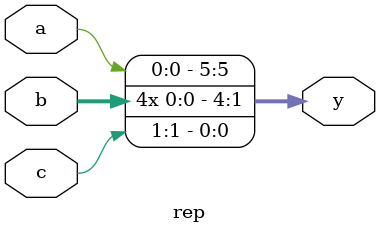
<source format=v>
module rep(input a,input [1:0]b,c,output [5:0]y);
  assign y = {a, {4{b[0]}}, c[1]};  
endmodule

</source>
